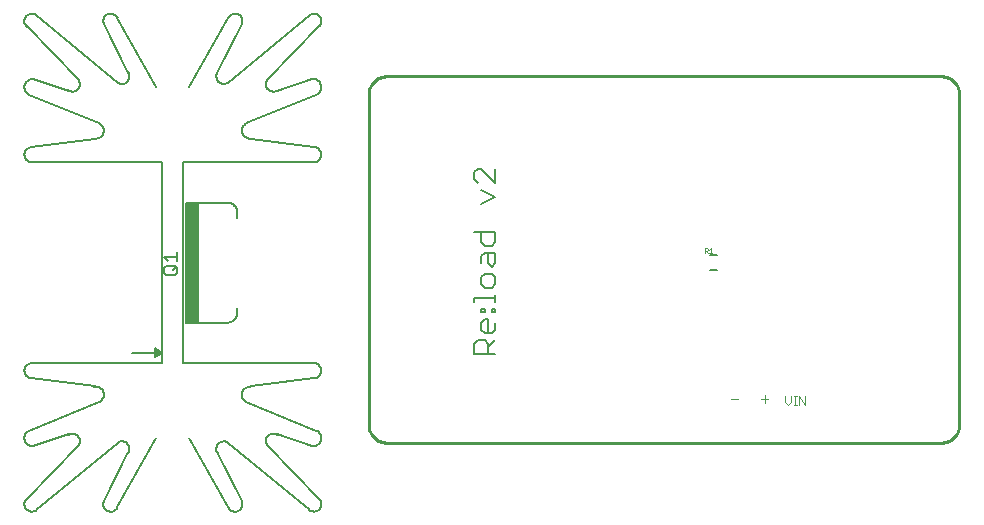
<source format=gto>
G75*
G70*
%OFA0B0*%
%FSLAX24Y24*%
%IPPOS*%
%LPD*%
%AMOC8*
5,1,8,0,0,1.08239X$1,22.5*
%
%ADD10C,0.0100*%
%ADD11C,0.0030*%
%ADD12C,0.0060*%
%ADD13C,0.0000*%
%ADD14C,0.0080*%
%ADD15R,0.0400X0.4000*%
%ADD16C,0.0050*%
%ADD17C,0.0010*%
D10*
X011725Y003191D02*
X011725Y008612D01*
X011725Y014214D01*
X011727Y014260D01*
X011732Y014306D01*
X011741Y014352D01*
X011754Y014397D01*
X011770Y014440D01*
X011789Y014482D01*
X011812Y014523D01*
X011838Y014561D01*
X011867Y014598D01*
X011898Y014632D01*
X011932Y014663D01*
X011969Y014692D01*
X012007Y014718D01*
X012048Y014741D01*
X012090Y014760D01*
X012133Y014776D01*
X012178Y014789D01*
X012224Y014798D01*
X012270Y014803D01*
X012316Y014805D01*
X030819Y014805D01*
X030865Y014803D01*
X030911Y014798D01*
X030957Y014789D01*
X031002Y014776D01*
X031045Y014760D01*
X031087Y014741D01*
X031128Y014718D01*
X031166Y014692D01*
X031203Y014663D01*
X031237Y014632D01*
X031268Y014598D01*
X031297Y014561D01*
X031323Y014523D01*
X031346Y014482D01*
X031365Y014440D01*
X031381Y014397D01*
X031394Y014352D01*
X031403Y014306D01*
X031408Y014260D01*
X031410Y014214D01*
X031410Y008168D01*
X031410Y008112D02*
X031410Y003191D01*
X031408Y003145D01*
X031403Y003099D01*
X031394Y003053D01*
X031381Y003008D01*
X031365Y002965D01*
X031346Y002923D01*
X031323Y002882D01*
X031297Y002844D01*
X031268Y002807D01*
X031237Y002773D01*
X031203Y002742D01*
X031166Y002713D01*
X031128Y002687D01*
X031087Y002664D01*
X031045Y002645D01*
X031002Y002629D01*
X030957Y002616D01*
X030911Y002607D01*
X030865Y002602D01*
X030819Y002600D01*
X012316Y002600D01*
X012270Y002602D01*
X012224Y002607D01*
X012178Y002616D01*
X012133Y002629D01*
X012090Y002645D01*
X012048Y002664D01*
X012007Y002687D01*
X011969Y002713D01*
X011932Y002742D01*
X011898Y002773D01*
X011867Y002807D01*
X011838Y002844D01*
X011812Y002882D01*
X011789Y002923D01*
X011770Y002965D01*
X011754Y003008D01*
X011741Y003053D01*
X011732Y003099D01*
X011727Y003145D01*
X011725Y003191D01*
D11*
X023806Y004050D02*
X024053Y004050D01*
X024806Y004050D02*
X025053Y004050D01*
X024929Y003927D02*
X024929Y004174D01*
X025597Y004155D02*
X025597Y003962D01*
X025694Y003865D01*
X025791Y003962D01*
X025791Y004155D01*
X025892Y004155D02*
X025989Y004155D01*
X025940Y004155D02*
X025940Y003865D01*
X025892Y003865D02*
X025989Y003865D01*
X026088Y003865D02*
X026088Y004155D01*
X026282Y003865D01*
X026282Y004155D01*
D12*
X003370Y002600D02*
X000640Y000350D01*
X000650Y000350D02*
X000625Y000333D01*
X000598Y000320D01*
X000569Y000310D01*
X000540Y000303D01*
X000510Y000300D01*
X000480Y000301D01*
X000450Y000305D01*
X000421Y000313D01*
X000393Y000324D01*
X000366Y000339D01*
X000342Y000356D01*
X000320Y000377D01*
X000300Y000400D01*
X000283Y000425D01*
X000270Y000452D01*
X000260Y000481D01*
X000253Y000510D01*
X000250Y000540D01*
X000251Y000570D01*
X000255Y000600D01*
X000263Y000629D01*
X000274Y000657D01*
X000289Y000684D01*
X000306Y000708D01*
X000327Y000730D01*
X000350Y000750D01*
X000330Y000730D02*
X002030Y002480D01*
X002000Y002450D02*
X002023Y002470D01*
X002044Y002492D01*
X002061Y002516D01*
X002076Y002543D01*
X002087Y002571D01*
X002095Y002600D01*
X002099Y002630D01*
X002100Y002660D01*
X002097Y002690D01*
X002090Y002719D01*
X002080Y002748D01*
X002067Y002775D01*
X002050Y002800D01*
X002030Y002823D01*
X002008Y002844D01*
X001984Y002861D01*
X001957Y002876D01*
X001929Y002887D01*
X001900Y002895D01*
X001870Y002899D01*
X001840Y002900D01*
X001810Y002897D01*
X001781Y002890D01*
X001752Y002880D01*
X001725Y002867D01*
X001700Y002850D01*
X001740Y002870D02*
X000550Y002480D01*
X000564Y002485D02*
X000533Y002481D01*
X000501Y002482D01*
X000470Y002486D01*
X000440Y002493D01*
X000410Y002504D01*
X000382Y002519D01*
X000356Y002537D01*
X000332Y002557D01*
X000311Y002580D01*
X000293Y002606D01*
X000278Y002633D01*
X000266Y002662D01*
X000257Y002693D01*
X000252Y002724D01*
X000251Y002755D01*
X000254Y002787D01*
X000260Y002818D01*
X000269Y002847D01*
X000282Y002876D01*
X000299Y002903D01*
X000318Y002928D01*
X000340Y002950D01*
X000365Y002970D01*
X000392Y002986D01*
X000420Y003000D01*
X002750Y003960D01*
X002730Y003950D02*
X002758Y003964D01*
X002785Y003980D01*
X002810Y004000D01*
X002832Y004022D01*
X002851Y004047D01*
X002868Y004074D01*
X002881Y004102D01*
X002890Y004132D01*
X002896Y004163D01*
X002899Y004195D01*
X002898Y004226D01*
X002893Y004257D01*
X002884Y004288D01*
X002872Y004317D01*
X002857Y004344D01*
X002839Y004370D01*
X002818Y004393D01*
X002794Y004413D01*
X002768Y004431D01*
X002740Y004446D01*
X002710Y004457D01*
X002680Y004464D01*
X002649Y004468D01*
X002617Y004469D01*
X002586Y004465D01*
X002610Y004470D02*
X000480Y004750D01*
X000500Y004750D02*
X000470Y004752D01*
X000440Y004757D01*
X000411Y004766D01*
X000384Y004779D01*
X000358Y004794D01*
X000334Y004813D01*
X000313Y004834D01*
X000294Y004858D01*
X000279Y004884D01*
X000266Y004911D01*
X000257Y004940D01*
X000252Y004970D01*
X000250Y005000D01*
X000252Y005030D01*
X000257Y005060D01*
X000266Y005089D01*
X000279Y005116D01*
X000294Y005142D01*
X000313Y005166D01*
X000334Y005187D01*
X000358Y005206D01*
X000384Y005221D01*
X000411Y005234D01*
X000440Y005243D01*
X000470Y005248D01*
X000500Y005250D01*
X004850Y005250D01*
X004850Y005600D01*
X004800Y005600D01*
X004650Y005600D01*
X004600Y005700D01*
X004600Y005500D01*
X004650Y005600D01*
X003850Y005600D01*
X004600Y005500D02*
X004600Y005450D01*
X004850Y005600D01*
X004600Y005750D01*
X004600Y005700D01*
X004800Y005600D01*
X004600Y005500D01*
X004850Y005600D02*
X004850Y011950D01*
X000500Y011950D01*
X000470Y011952D01*
X000440Y011957D01*
X000411Y011966D01*
X000384Y011979D01*
X000358Y011994D01*
X000334Y012013D01*
X000313Y012034D01*
X000294Y012058D01*
X000279Y012084D01*
X000266Y012111D01*
X000257Y012140D01*
X000252Y012170D01*
X000250Y012200D01*
X000252Y012230D01*
X000257Y012260D01*
X000266Y012289D01*
X000279Y012316D01*
X000294Y012342D01*
X000313Y012366D01*
X000334Y012387D01*
X000358Y012406D01*
X000384Y012421D01*
X000411Y012434D01*
X000440Y012443D01*
X000470Y012448D01*
X000500Y012450D01*
X000480Y012450D02*
X002610Y012730D01*
X002586Y012735D02*
X002617Y012731D01*
X002649Y012732D01*
X002680Y012736D01*
X002710Y012743D01*
X002740Y012754D01*
X002768Y012769D01*
X002794Y012787D01*
X002818Y012807D01*
X002839Y012830D01*
X002857Y012856D01*
X002872Y012883D01*
X002884Y012912D01*
X002893Y012943D01*
X002898Y012974D01*
X002899Y013005D01*
X002896Y013037D01*
X002890Y013068D01*
X002881Y013098D01*
X002868Y013126D01*
X002851Y013153D01*
X002832Y013178D01*
X002810Y013200D01*
X002785Y013220D01*
X002758Y013236D01*
X002730Y013250D01*
X002750Y013240D02*
X000420Y014200D01*
X000392Y014214D01*
X000365Y014230D01*
X000340Y014250D01*
X000318Y014272D01*
X000299Y014297D01*
X000282Y014324D01*
X000269Y014352D01*
X000260Y014382D01*
X000254Y014413D01*
X000251Y014445D01*
X000252Y014476D01*
X000257Y014507D01*
X000266Y014538D01*
X000278Y014567D01*
X000293Y014594D01*
X000311Y014620D01*
X000332Y014643D01*
X000356Y014663D01*
X000382Y014681D01*
X000410Y014696D01*
X000440Y014707D01*
X000470Y014714D01*
X000501Y014718D01*
X000533Y014719D01*
X000564Y014715D01*
X000550Y014720D02*
X001740Y014330D01*
X001700Y014350D02*
X001725Y014333D01*
X001752Y014320D01*
X001781Y014310D01*
X001810Y014303D01*
X001840Y014300D01*
X001870Y014301D01*
X001900Y014305D01*
X001929Y014313D01*
X001957Y014324D01*
X001984Y014339D01*
X002008Y014356D01*
X002030Y014377D01*
X002050Y014400D01*
X002067Y014425D01*
X002080Y014452D01*
X002090Y014481D01*
X002097Y014510D01*
X002100Y014540D01*
X002099Y014570D01*
X002095Y014600D01*
X002087Y014629D01*
X002076Y014657D01*
X002061Y014684D01*
X002044Y014708D01*
X002023Y014730D01*
X002000Y014750D01*
X002030Y014720D02*
X000330Y016470D01*
X000350Y016450D02*
X000327Y016470D01*
X000306Y016492D01*
X000289Y016516D01*
X000274Y016543D01*
X000263Y016571D01*
X000255Y016600D01*
X000251Y016630D01*
X000250Y016660D01*
X000253Y016690D01*
X000260Y016719D01*
X000270Y016748D01*
X000283Y016775D01*
X000300Y016800D01*
X000320Y016823D01*
X000342Y016844D01*
X000366Y016861D01*
X000393Y016876D01*
X000421Y016887D01*
X000450Y016895D01*
X000480Y016899D01*
X000510Y016900D01*
X000540Y016897D01*
X000569Y016890D01*
X000598Y016880D01*
X000625Y016867D01*
X000650Y016850D01*
X000640Y016850D02*
X003370Y014600D01*
X003360Y014600D02*
X003388Y014584D01*
X003417Y014572D01*
X003447Y014564D01*
X003478Y014559D01*
X003510Y014558D01*
X003541Y014561D01*
X003572Y014568D01*
X003602Y014579D01*
X003630Y014594D01*
X003656Y014612D01*
X003679Y014633D01*
X003700Y014657D01*
X003717Y014683D01*
X003732Y014711D01*
X003742Y014741D01*
X003749Y014771D01*
X003752Y014803D01*
X003751Y014834D01*
X003746Y014866D01*
X003737Y014896D01*
X003724Y014925D01*
X003708Y014952D01*
X003720Y014930D02*
X002900Y016550D01*
X002889Y016579D01*
X002882Y016610D01*
X002879Y016641D01*
X002880Y016673D01*
X002885Y016704D01*
X002893Y016734D01*
X002906Y016763D01*
X002921Y016790D01*
X002940Y016815D01*
X002962Y016837D01*
X002987Y016856D01*
X003014Y016873D01*
X003043Y016885D01*
X003073Y016894D01*
X003103Y016900D01*
X003135Y016901D01*
X003166Y016898D01*
X003197Y016892D01*
X003226Y016882D01*
X003255Y016868D01*
X003281Y016851D01*
X003305Y016830D01*
X003326Y016807D01*
X003344Y016782D01*
X003358Y016754D01*
X003350Y016760D02*
X004650Y014450D01*
X005750Y014450D02*
X007050Y016760D01*
X007042Y016754D02*
X007056Y016782D01*
X007074Y016807D01*
X007095Y016830D01*
X007119Y016851D01*
X007145Y016868D01*
X007174Y016882D01*
X007203Y016892D01*
X007234Y016898D01*
X007265Y016901D01*
X007297Y016900D01*
X007327Y016894D01*
X007357Y016885D01*
X007386Y016873D01*
X007413Y016856D01*
X007438Y016837D01*
X007460Y016815D01*
X007479Y016790D01*
X007494Y016763D01*
X007507Y016734D01*
X007515Y016704D01*
X007520Y016673D01*
X007521Y016641D01*
X007518Y016610D01*
X007511Y016579D01*
X007500Y016550D01*
X006680Y014930D01*
X006692Y014952D02*
X006676Y014925D01*
X006663Y014896D01*
X006654Y014866D01*
X006649Y014834D01*
X006648Y014803D01*
X006651Y014771D01*
X006658Y014741D01*
X006668Y014711D01*
X006683Y014683D01*
X006700Y014657D01*
X006721Y014633D01*
X006744Y014612D01*
X006770Y014594D01*
X006798Y014579D01*
X006828Y014568D01*
X006859Y014561D01*
X006890Y014558D01*
X006922Y014559D01*
X006953Y014564D01*
X006983Y014572D01*
X007012Y014585D01*
X007040Y014600D01*
X007030Y014600D02*
X009760Y016850D01*
X009750Y016850D02*
X009775Y016867D01*
X009802Y016880D01*
X009831Y016890D01*
X009860Y016897D01*
X009890Y016900D01*
X009920Y016899D01*
X009950Y016895D01*
X009979Y016887D01*
X010007Y016876D01*
X010034Y016861D01*
X010058Y016844D01*
X010080Y016823D01*
X010100Y016800D01*
X010117Y016775D01*
X010130Y016748D01*
X010140Y016719D01*
X010147Y016690D01*
X010150Y016660D01*
X010149Y016630D01*
X010145Y016600D01*
X010137Y016571D01*
X010126Y016543D01*
X010111Y016516D01*
X010094Y016492D01*
X010073Y016470D01*
X010050Y016450D01*
X010070Y016470D02*
X008370Y014720D01*
X008400Y014750D02*
X008377Y014730D01*
X008356Y014708D01*
X008339Y014684D01*
X008324Y014657D01*
X008313Y014629D01*
X008305Y014600D01*
X008301Y014570D01*
X008300Y014540D01*
X008303Y014510D01*
X008310Y014481D01*
X008320Y014452D01*
X008333Y014425D01*
X008350Y014400D01*
X008370Y014377D01*
X008392Y014356D01*
X008416Y014339D01*
X008443Y014324D01*
X008471Y014313D01*
X008500Y014305D01*
X008530Y014301D01*
X008560Y014300D01*
X008590Y014303D01*
X008619Y014310D01*
X008648Y014320D01*
X008675Y014333D01*
X008700Y014350D01*
X008660Y014330D02*
X009850Y014720D01*
X009836Y014715D02*
X009867Y014719D01*
X009899Y014718D01*
X009930Y014714D01*
X009960Y014707D01*
X009990Y014696D01*
X010018Y014681D01*
X010044Y014663D01*
X010068Y014643D01*
X010089Y014620D01*
X010107Y014594D01*
X010122Y014567D01*
X010134Y014538D01*
X010143Y014507D01*
X010148Y014476D01*
X010149Y014445D01*
X010146Y014413D01*
X010140Y014382D01*
X010131Y014352D01*
X010118Y014324D01*
X010101Y014297D01*
X010082Y014272D01*
X010060Y014250D01*
X010035Y014230D01*
X010008Y014214D01*
X009980Y014200D01*
X007650Y013240D01*
X007670Y013250D02*
X007642Y013236D01*
X007615Y013220D01*
X007590Y013200D01*
X007568Y013178D01*
X007549Y013153D01*
X007532Y013126D01*
X007519Y013098D01*
X007510Y013068D01*
X007504Y013037D01*
X007501Y013005D01*
X007502Y012974D01*
X007507Y012943D01*
X007516Y012912D01*
X007528Y012883D01*
X007543Y012856D01*
X007561Y012830D01*
X007582Y012807D01*
X007606Y012787D01*
X007632Y012769D01*
X007660Y012754D01*
X007690Y012743D01*
X007720Y012736D01*
X007751Y012732D01*
X007783Y012731D01*
X007814Y012735D01*
X007790Y012730D02*
X009920Y012450D01*
X009900Y012450D02*
X009930Y012448D01*
X009960Y012443D01*
X009989Y012434D01*
X010016Y012421D01*
X010042Y012406D01*
X010066Y012387D01*
X010087Y012366D01*
X010106Y012342D01*
X010121Y012316D01*
X010134Y012289D01*
X010143Y012260D01*
X010148Y012230D01*
X010150Y012200D01*
X010148Y012170D01*
X010143Y012140D01*
X010134Y012111D01*
X010121Y012084D01*
X010106Y012058D01*
X010087Y012034D01*
X010066Y012013D01*
X010042Y011994D01*
X010016Y011979D01*
X009989Y011966D01*
X009960Y011957D01*
X009930Y011952D01*
X009900Y011950D01*
X005550Y011950D01*
X005550Y005250D01*
X009900Y005250D01*
X009930Y005248D01*
X009960Y005243D01*
X009989Y005234D01*
X010016Y005221D01*
X010042Y005206D01*
X010066Y005187D01*
X010087Y005166D01*
X010106Y005142D01*
X010121Y005116D01*
X010134Y005089D01*
X010143Y005060D01*
X010148Y005030D01*
X010150Y005000D01*
X010148Y004970D01*
X010143Y004940D01*
X010134Y004911D01*
X010121Y004884D01*
X010106Y004858D01*
X010087Y004834D01*
X010066Y004813D01*
X010042Y004794D01*
X010016Y004779D01*
X009989Y004766D01*
X009960Y004757D01*
X009930Y004752D01*
X009900Y004750D01*
X009920Y004750D02*
X007790Y004470D01*
X007814Y004465D02*
X007783Y004469D01*
X007751Y004468D01*
X007720Y004464D01*
X007690Y004457D01*
X007660Y004446D01*
X007632Y004431D01*
X007606Y004413D01*
X007582Y004393D01*
X007561Y004370D01*
X007543Y004344D01*
X007528Y004317D01*
X007516Y004288D01*
X007507Y004257D01*
X007502Y004226D01*
X007501Y004195D01*
X007504Y004163D01*
X007510Y004132D01*
X007519Y004102D01*
X007532Y004074D01*
X007549Y004047D01*
X007568Y004022D01*
X007590Y004000D01*
X007615Y003980D01*
X007642Y003964D01*
X007670Y003950D01*
X007650Y003960D02*
X009980Y003000D01*
X010008Y002986D01*
X010035Y002970D01*
X010060Y002950D01*
X010082Y002928D01*
X010101Y002903D01*
X010118Y002876D01*
X010131Y002847D01*
X010140Y002818D01*
X010146Y002787D01*
X010149Y002755D01*
X010148Y002724D01*
X010143Y002693D01*
X010134Y002662D01*
X010122Y002633D01*
X010107Y002606D01*
X010089Y002580D01*
X010068Y002557D01*
X010044Y002537D01*
X010018Y002519D01*
X009990Y002504D01*
X009960Y002493D01*
X009930Y002486D01*
X009899Y002482D01*
X009867Y002481D01*
X009836Y002485D01*
X009850Y002480D02*
X008660Y002870D01*
X008700Y002850D02*
X008675Y002867D01*
X008648Y002880D01*
X008619Y002890D01*
X008590Y002897D01*
X008560Y002900D01*
X008530Y002899D01*
X008500Y002895D01*
X008471Y002887D01*
X008443Y002876D01*
X008416Y002861D01*
X008392Y002844D01*
X008370Y002823D01*
X008350Y002800D01*
X008333Y002775D01*
X008320Y002748D01*
X008310Y002719D01*
X008303Y002690D01*
X008300Y002660D01*
X008301Y002630D01*
X008305Y002600D01*
X008313Y002571D01*
X008324Y002543D01*
X008339Y002516D01*
X008356Y002492D01*
X008377Y002470D01*
X008400Y002450D01*
X008370Y002480D02*
X010070Y000730D01*
X010050Y000750D02*
X010073Y000730D01*
X010094Y000708D01*
X010111Y000684D01*
X010126Y000657D01*
X010137Y000629D01*
X010145Y000600D01*
X010149Y000570D01*
X010150Y000540D01*
X010147Y000510D01*
X010140Y000481D01*
X010130Y000452D01*
X010117Y000425D01*
X010100Y000400D01*
X010080Y000377D01*
X010058Y000356D01*
X010034Y000339D01*
X010007Y000324D01*
X009979Y000313D01*
X009950Y000305D01*
X009920Y000301D01*
X009890Y000300D01*
X009860Y000303D01*
X009831Y000310D01*
X009802Y000320D01*
X009775Y000333D01*
X009750Y000350D01*
X009760Y000350D02*
X007030Y002600D01*
X007040Y002600D02*
X007012Y002616D01*
X006983Y002628D01*
X006953Y002636D01*
X006922Y002641D01*
X006890Y002642D01*
X006859Y002639D01*
X006828Y002632D01*
X006798Y002621D01*
X006770Y002606D01*
X006744Y002588D01*
X006721Y002567D01*
X006700Y002543D01*
X006683Y002517D01*
X006668Y002489D01*
X006658Y002459D01*
X006651Y002429D01*
X006648Y002397D01*
X006649Y002366D01*
X006654Y002334D01*
X006663Y002304D01*
X006676Y002275D01*
X006692Y002248D01*
X006680Y002270D02*
X007500Y000650D01*
X007511Y000621D01*
X007518Y000590D01*
X007521Y000559D01*
X007520Y000527D01*
X007515Y000496D01*
X007507Y000466D01*
X007494Y000437D01*
X007479Y000410D01*
X007460Y000385D01*
X007438Y000363D01*
X007413Y000344D01*
X007386Y000327D01*
X007357Y000315D01*
X007327Y000306D01*
X007297Y000300D01*
X007265Y000299D01*
X007234Y000302D01*
X007203Y000308D01*
X007174Y000318D01*
X007145Y000332D01*
X007119Y000349D01*
X007095Y000370D01*
X007074Y000393D01*
X007056Y000418D01*
X007042Y000446D01*
X007050Y000440D02*
X005750Y002750D01*
X004650Y002750D02*
X003350Y000440D01*
X003358Y000446D02*
X003344Y000418D01*
X003326Y000393D01*
X003305Y000370D01*
X003281Y000349D01*
X003255Y000332D01*
X003226Y000318D01*
X003197Y000308D01*
X003166Y000302D01*
X003135Y000299D01*
X003103Y000300D01*
X003073Y000306D01*
X003043Y000315D01*
X003014Y000327D01*
X002987Y000344D01*
X002962Y000363D01*
X002940Y000385D01*
X002921Y000410D01*
X002906Y000437D01*
X002893Y000466D01*
X002885Y000496D01*
X002880Y000527D01*
X002879Y000559D01*
X002882Y000590D01*
X002889Y000621D01*
X002900Y000650D01*
X003720Y002270D01*
X003708Y002248D02*
X003724Y002275D01*
X003737Y002304D01*
X003746Y002334D01*
X003751Y002366D01*
X003752Y002397D01*
X003749Y002429D01*
X003742Y002459D01*
X003732Y002489D01*
X003717Y002517D01*
X003700Y002543D01*
X003679Y002567D01*
X003656Y002588D01*
X003630Y002606D01*
X003602Y002621D01*
X003572Y002632D01*
X003541Y002639D01*
X003510Y002642D01*
X003478Y002641D01*
X003447Y002636D01*
X003417Y002628D01*
X003387Y002615D01*
X003360Y002600D01*
X015244Y005548D02*
X015244Y005898D01*
X015361Y006015D01*
X015595Y006015D01*
X015711Y005898D01*
X015711Y005548D01*
X015711Y005781D02*
X015945Y006015D01*
X015828Y006247D02*
X015595Y006247D01*
X015478Y006364D01*
X015478Y006598D01*
X015595Y006714D01*
X015711Y006714D01*
X015711Y006247D01*
X015828Y006247D02*
X015945Y006364D01*
X015945Y006598D01*
X015945Y006947D02*
X015828Y006947D01*
X015828Y007064D01*
X015945Y007064D01*
X015945Y006947D01*
X015595Y006947D02*
X015478Y006947D01*
X015478Y007064D01*
X015595Y007064D01*
X015595Y006947D01*
X015945Y007297D02*
X015945Y007531D01*
X015945Y007414D02*
X015244Y007414D01*
X015244Y007297D01*
X015595Y007764D02*
X015828Y007764D01*
X015945Y007880D01*
X015945Y008114D01*
X015828Y008231D01*
X015595Y008231D01*
X015478Y008114D01*
X015478Y007880D01*
X015595Y007764D01*
X015828Y008463D02*
X015711Y008580D01*
X015711Y008930D01*
X015595Y008930D02*
X015945Y008930D01*
X015945Y008580D01*
X015828Y008463D01*
X015478Y008580D02*
X015478Y008814D01*
X015595Y008930D01*
X015595Y009163D02*
X015478Y009280D01*
X015478Y009630D01*
X015244Y009630D02*
X015945Y009630D01*
X015945Y009280D01*
X015828Y009163D01*
X015595Y009163D01*
X015478Y010563D02*
X015945Y010796D01*
X015478Y011030D01*
X015361Y011263D02*
X015244Y011379D01*
X015244Y011613D01*
X015361Y011730D01*
X015478Y011730D01*
X015945Y011263D01*
X015945Y011730D01*
X023107Y008836D02*
X023343Y008836D01*
X023343Y008364D02*
X023107Y008364D01*
X015945Y005548D02*
X015244Y005548D01*
D13*
X011725Y008293D02*
X011725Y008612D01*
D14*
X007350Y010100D02*
X007350Y010250D01*
X007349Y010284D01*
X007345Y010319D01*
X007337Y010352D01*
X007326Y010385D01*
X007311Y010416D01*
X007294Y010446D01*
X007273Y010474D01*
X007250Y010500D01*
X007224Y010523D01*
X007196Y010544D01*
X007166Y010561D01*
X007135Y010576D01*
X007102Y010587D01*
X007069Y010595D01*
X007034Y010599D01*
X007000Y010600D01*
X006050Y010600D01*
X005650Y010600D01*
X005650Y006600D01*
X006050Y006600D01*
X006050Y010600D01*
X007350Y007100D02*
X007350Y006950D01*
X007349Y006916D01*
X007345Y006881D01*
X007337Y006848D01*
X007326Y006815D01*
X007311Y006784D01*
X007294Y006754D01*
X007273Y006726D01*
X007250Y006700D01*
X007224Y006677D01*
X007196Y006656D01*
X007166Y006639D01*
X007135Y006624D01*
X007102Y006613D01*
X007069Y006605D01*
X007034Y006601D01*
X007000Y006600D01*
X006050Y006600D01*
D15*
X005850Y008600D03*
D16*
X005350Y008650D02*
X005350Y008950D01*
X005350Y008800D02*
X004900Y008800D01*
X005050Y008650D01*
X004975Y008490D02*
X005275Y008490D01*
X005350Y008415D01*
X005350Y008265D01*
X005275Y008190D01*
X004975Y008190D01*
X004900Y008265D01*
X004900Y008415D01*
X004975Y008490D01*
X005200Y008340D02*
X005350Y008490D01*
D17*
X022930Y008930D02*
X022930Y009080D01*
X023005Y009080D01*
X023030Y009055D01*
X023030Y009005D01*
X023005Y008980D01*
X022930Y008980D01*
X022980Y008980D02*
X023030Y008930D01*
X023077Y008930D02*
X023177Y008930D01*
X023127Y008930D02*
X023127Y009080D01*
X023077Y009030D01*
M02*

</source>
